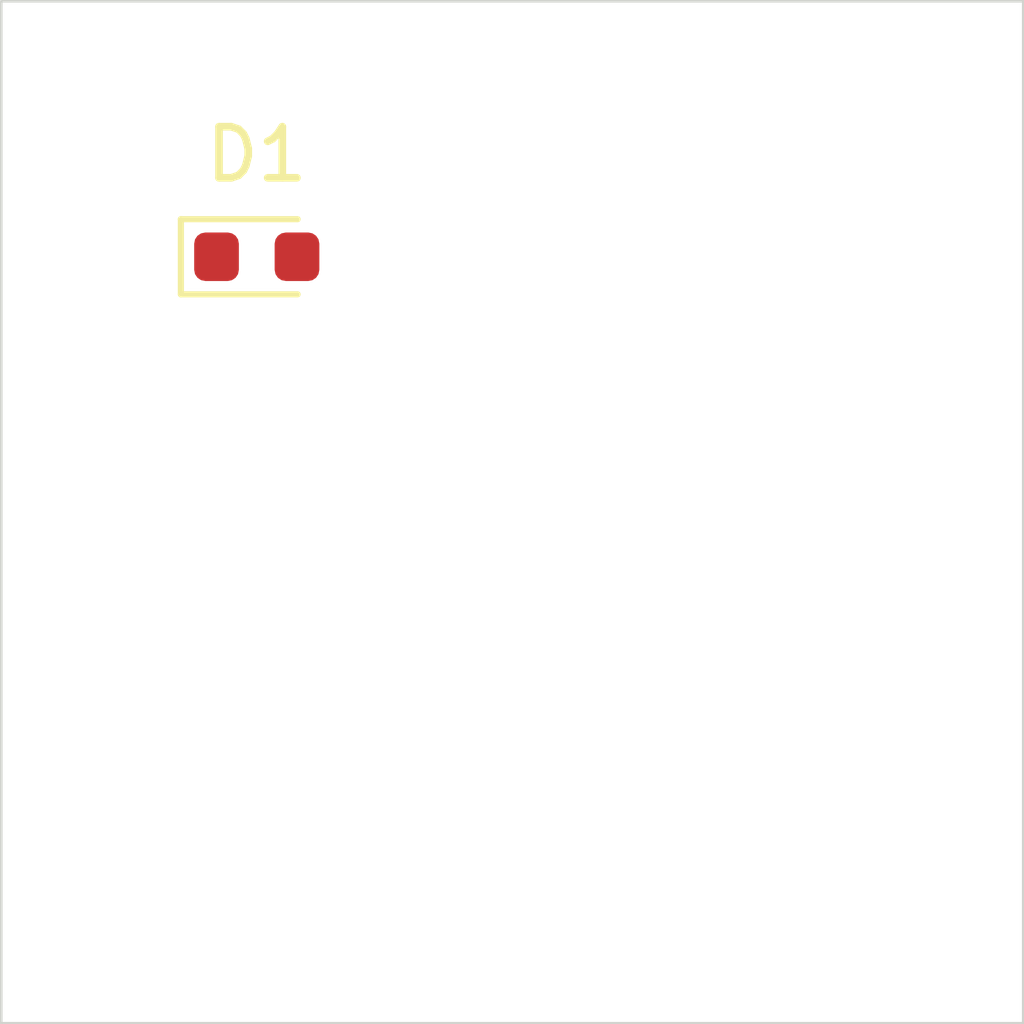
<source format=kicad_pcb>
(kicad_pcb (version 20241229) (generator "pcbnew") (generator_version "9.0")
  (layers (0 "F.Cu" signal) (2 "B.Cu" signal) (13 "F.Paste" user) (15 "B.Paste" user) (5 "F.SilkS" user "F.Silkscreen") (7 "B.SilkS" user "B.Silkscreen") (1 "F.Mask" user) (3 "B.Mask" user) (25 "Edge.Cuts" user))
  (net 0 "")
  (footprint "LED_SMD:LED_0603_1608Metric" (layer "F.Cu") (at 5.0 5.0)
    (property "Reference" "D1" (at 0 -2 0) (layer "F.SilkS") (effects (font (size 1.0 1.0))))
    (property "Value" "RED")
    (fp_line (start -1.485 -0.735) (end -1.485 0.735) (stroke (width 0.12)) (layer "F.SilkS"))
    (fp_line (start -1.485 0.735) (end 0.8 0.735) (stroke (width 0.12)) (layer "F.SilkS"))
    (fp_line (start 0.8 -0.735) (end -1.485 -0.735) (stroke (width 0.12)) (layer "F.SilkS"))
    (pad "1" smd roundrect (at -0.7875 0.0) (size 0.875 0.95) (layers "F.Cu" "F.Mask" "F.Paste"))
    (pad "2" smd roundrect (at 0.7875 0.0) (size 0.875 0.95) (layers "F.Cu" "F.Mask" "F.Paste"))
  )
  (gr_rect (start 0 0) (end 20.0 20.0) (stroke (width 0.05)) (fill no) (layer "Edge.Cuts"))
)
</source>
